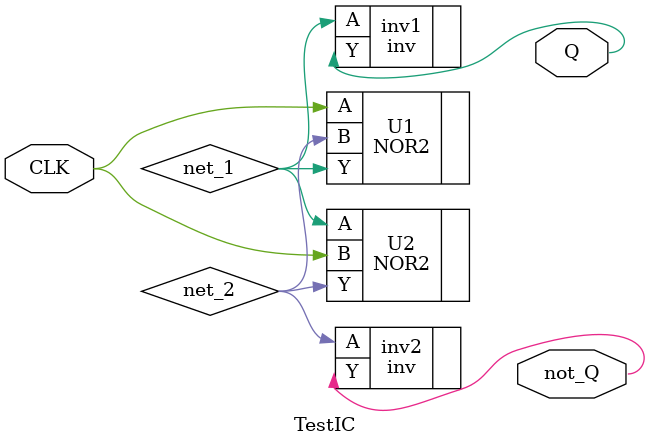
<source format=v>
module TestIC(
    output not_Q,
    input CLK,
    output Q);

    wire net_1;
    wire net_2;

    NOR2 U1(.A(CLK), .B(net_2), .Y(net_1));
    NOR2 U2(.A(net_1), .B(CLK), .Y(net_2));
    inv inv1(.A(net_1), .Y(Q));
    inv inv2(.A(net_2), .Y(not_Q));
endmodule

</source>
